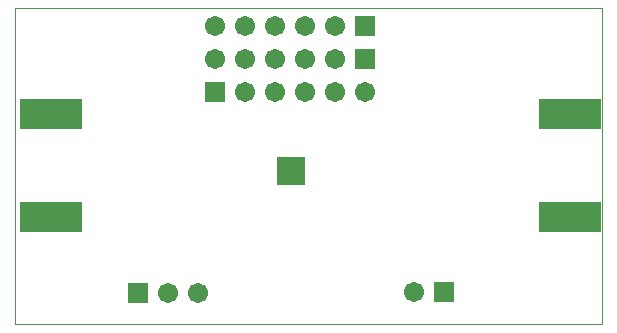
<source format=gbs>
G04 Layer_Color=16711935*
%FSLAX25Y25*%
%MOIN*%
G70*
G01*
G75*
%ADD22C,0.00394*%
%ADD35R,0.20800X0.10308*%
%ADD37C,0.06706*%
%ADD38R,0.06706X0.06706*%
%ADD39R,0.09461X0.09461*%
%ADD40C,0.03162*%
D22*
X0Y0D02*
Y16000D01*
Y0D02*
X195500D01*
Y105500D01*
X0D02*
X195500D01*
X0Y16000D02*
Y105500D01*
D35*
X11772Y35724D02*
D03*
Y70236D02*
D03*
X185000D02*
D03*
Y35724D02*
D03*
D37*
X116500Y77500D02*
D03*
X106500D02*
D03*
X96500D02*
D03*
X86500Y77500D02*
D03*
X76500D02*
D03*
X66500Y99500D02*
D03*
X76500D02*
D03*
X86500D02*
D03*
X96500D02*
D03*
X106500D02*
D03*
X66500Y88500D02*
D03*
X76500Y88500D02*
D03*
X86500D02*
D03*
X96500D02*
D03*
X106500D02*
D03*
X133000Y10697D02*
D03*
X61000Y10500D02*
D03*
X51000D02*
D03*
D38*
X66500Y77500D02*
D03*
X116500Y99500D02*
D03*
Y88500D02*
D03*
X143000Y10697D02*
D03*
X41000Y10500D02*
D03*
D39*
X92000Y51000D02*
D03*
D40*
X92000Y51000D02*
D03*
X94362Y48638D02*
D03*
X89638D02*
D03*
X94362Y53362D02*
D03*
X89638D02*
D03*
M02*

</source>
